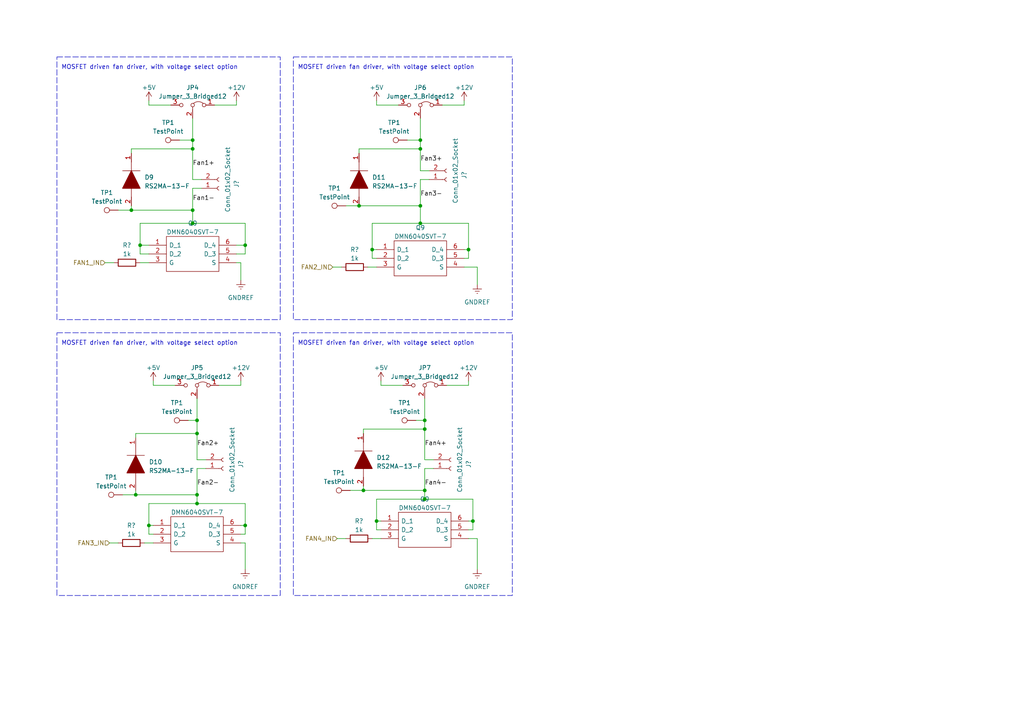
<source format=kicad_sch>
(kicad_sch (version 20230121) (generator eeschema)
  (paper "A4")
  (title_block (title "Greenhouse project FRDM-KL25Z hat") (date "16-03-2023") (rev "v4.0") (company "OnlyPlants") (comment 1 "Author: Emiel Visser"))
  (lib_symbols
    (symbol "Connector:Conn_01x02_Socket" (pin_names (offset 1.016) hide)
      (property "Reference" "J" (at 0 2.54 0))
      (property "Value" "Conn_01x02_Socket" (at 0 -5.08 0))
      (symbol "Conn_01x02_Socket_1_1"
        (arc (start 0 -2.032) (mid -0.5058 -2.54) (end 0 -3.048) (stroke (width 0.1524)))
        (polyline (pts (xy -1.27 -2.54) (xy -0.508 -2.54)) (stroke (width 0.1524)))
        (polyline (pts (xy -1.27 0) (xy -0.508 0)) (stroke (width 0.1524)))
        (arc (start 0 0.508) (mid -0.5058 0) (end 0 -0.508) (stroke (width 0.1524)))
        (pin passive line (at -5.08 0 0) (length 3.81) (name "Pin_1") (number "1"))
        (pin passive line (at -5.08 -2.54 0) (length 3.81) (name "Pin_2") (number "2"))
      )
    )
    (symbol "Connector:TestPoint" (pin_numbers hide) (pin_names (offset 0.762) hide)
      (property "Reference" "TP" (at 0 6.858 0))
      (property "Value" "TestPoint" (at 0 5.08 0))
      (symbol "TestPoint_0_1"
        (circle (center 0 3.302) (radius 0.762))
      )
      (symbol "TestPoint_1_1"
        (pin passive line (at 0 0 90) (length 2.54) (name "1") (number "1"))
      )
    )
    (symbol "Device:R" (pin_numbers hide) (pin_names (offset 0))
      (property "Reference" "R" (at 2.032 0 90))
      (property "Value" "R" (at 0 0 90))
      (symbol "R_0_1"
        (rectangle (start -1.016 -2.54) (end 1.016 2.54) (stroke (width 0.254)))
      )
      (symbol "R_1_1"
        (pin passive line (at 0 3.81 270) (length 1.27) (name "~") (number "1"))
        (pin passive line (at 0 -3.81 90) (length 1.27) (name "~") (number "2"))
      )
    )
    (symbol "Jumper:Jumper_3_Bridged12" (pin_names (offset 0) hide)
      (property "Reference" "JP" (at -2.54 -2.54 0))
      (property "Value" "Jumper_3_Bridged12" (at 0 2.794 0))
      (symbol "Jumper_3_Bridged12_0_0"
        (circle (center -3.302 0) (radius 0.508))
        (circle (center 0 0) (radius 0.508))
        (circle (center 3.302 0) (radius 0.508))
      )
      (symbol "Jumper_3_Bridged12_0_1"
        (arc (start -0.254 0.508) (mid -1.651 0.9912) (end -3.048 0.508))
        (polyline (pts (xy 0 -1.27) (xy 0 -0.508)))
      )
      (symbol "Jumper_3_Bridged12_1_1"
        (pin passive line (at -6.35 0 0) (length 2.54) (name "A") (number "1"))
        (pin passive line (at 0 -3.81 90) (length 2.54) (name "C") (number "2"))
        (pin passive line (at 6.35 0 180) (length 2.54) (name "B") (number "3"))
      )
    )
    (symbol "SamacSys_Parts:DMN6040SVT-7" (pin_names (offset 0.762))
      (property "Reference" "Q" (at 21.59 7.62 0))
      (property "Value" "DMN6040SVT-7" (at 21.59 5.08 0))
      (symbol "DMN6040SVT-7_0_0"
        (pin passive line (at 0 0 0) (length 5.08) (name "D_1") (number "1"))
        (pin passive line (at 0 -2.54 0) (length 5.08) (name "D_2") (number "2"))
        (pin passive line (at 0 -5.08 0) (length 5.08) (name "G") (number "3"))
        (pin passive line (at 25.4 -5.08 180) (length 5.08) (name "S") (number "4"))
        (pin passive line (at 25.4 -2.54 180) (length 5.08) (name "D_3") (number "5"))
        (pin passive line (at 25.4 0 180) (length 5.08) (name "D_4") (number "6"))
      )
      (symbol "DMN6040SVT-7_0_1"
        (polyline (pts (xy 5.08 2.54) (xy 20.32 2.54) (xy 20.32 -7.62) (xy 5.08 -7.62) (xy 5.08 2.54)) (stroke (width 0.1524)))
      )
    )
    (symbol "SamacSys_Parts:RS2MA-13-F" (pin_names (offset 0.762))
      (property "Reference" "D" (at 11.43 5.08 0))
      (property "Value" "RS2MA-13-F" (at 11.43 2.54 0))
      (symbol "RS2MA-13-F_0_0"
        (pin passive line (at 0 0 0) (length 2.54) (name "~") (number "1"))
        (pin passive line (at 15.24 0 180) (length 2.54) (name "~") (number "2"))
      )
      (symbol "RS2MA-13-F_0_1"
        (polyline (pts (xy 2.54 0) (xy 5.08 0)) (stroke (width 0.1524)))
        (polyline (pts (xy 5.08 2.54) (xy 5.08 -2.54)) (stroke (width 0.1524)))
        (polyline (pts (xy 10.16 0) (xy 12.7 0)) (stroke (width 0.1524)))
        (polyline (pts (xy 5.08 0) (xy 10.16 2.54) (xy 10.16 -2.54) (xy 5.08 0)) (stroke (width 0.254)) (fill (type outline)))
      )
    )
    (symbol "power:+12V" (power) (pin_names (offset 0))
      (property "Value" "+12V" (at 0 3.556 0))
      (symbol "+12V_0_1"
        (polyline (pts (xy -0.762 1.27) (xy 0 2.54)))
        (polyline (pts (xy 0 0) (xy 0 2.54)))
        (polyline (pts (xy 0 2.54) (xy 0.762 1.27)))
      )
      (symbol "+12V_1_1"
        (pin power_in line (at 0 0 90) (length 0) hide (name "+12V") (number "1"))
      )
    )
    (symbol "power:+5V" (power) (pin_names (offset 0))
      (property "Value" "+5V" (at 0 3.556 0))
      (symbol "+5V_0_1"
        (polyline (pts (xy -0.762 1.27) (xy 0 2.54)))
        (polyline (pts (xy 0 0) (xy 0 2.54)))
        (polyline (pts (xy 0 2.54) (xy 0.762 1.27)))
      )
      (symbol "+5V_1_1"
        (pin power_in line (at 0 0 90) (length 0) hide (name "+5V") (number "1"))
      )
    )
    (symbol "power:GNDREF" (power) (pin_names (offset 0))
      (property "Value" "GNDREF" (at 0 -3.81 0))
      (symbol "GNDREF_0_1"
        (polyline (pts (xy -0.635 -1.905) (xy 0.635 -1.905)))
        (polyline (pts (xy -0.127 -2.54) (xy 0.127 -2.54)))
        (polyline (pts (xy 0 -1.27) (xy 0 0)))
        (polyline (pts (xy 1.27 -1.27) (xy -1.27 -1.27)))
      )
      (symbol "GNDREF_1_1"
        (pin power_in line (at 0 0 270) (length 0) hide (name "GNDREF") (number "1"))
      )
    )
  )
  (junction (at 104.14 59.69))
  (junction (at 123.19 124.46))
  (junction (at 123.19 121.92))
  (junction (at 109.22 151.13))
  (junction (at 105.41 142.24))
  (junction (at 55.88 60.96))
  (junction (at 55.88 43.18))
  (junction (at 123.19 142.24))
  (junction (at 57.15 143.51))
  (junction (at 135.89 72.39))
  (junction (at 121.92 59.69))
  (junction (at 55.88 64.77))
  (junction (at 55.88 40.64))
  (junction (at 38.1 60.96))
  (junction (at 121.92 40.64))
  (junction (at 121.92 43.18))
  (junction (at 43.18 152.4))
  (junction (at 107.95 72.39))
  (junction (at 57.15 125.73))
  (junction (at 57.15 146.05))
  (junction (at 121.92 64.77))
  (junction (at 123.19 144.78))
  (junction (at 137.16 151.13))
  (junction (at 71.12 152.4))
  (junction (at 40.64 71.12))
  (junction (at 57.15 121.92))
  (junction (at 39.37 143.51))
  (junction (at 71.12 71.12))
  (wire (pts (xy 31.75 157.48) (xy 34.29 157.48)))
  (wire (pts (xy 135.89 151.13) (xy 137.16 151.13)))
  (wire (pts (xy 68.58 73.66) (xy 71.12 73.66)))
  (wire (pts (xy 105.41 124.46) (xy 123.19 124.46)))
  (wire (pts (xy 121.92 34.29) (xy 121.92 40.64)))
  (wire (pts (xy 40.64 73.66) (xy 43.18 73.66)))
  (wire (pts (xy 57.15 135.89) (xy 57.15 143.51)))
  (wire (pts (xy 97.79 156.21) (xy 100.33 156.21)))
  (wire (pts (xy 57.15 146.05) (xy 43.18 146.05)))
  (wire (pts (xy 71.12 64.77) (xy 55.88 64.77)))
  (wire (pts (xy 39.37 125.73) (xy 57.15 125.73)))
  (wire (pts (xy 55.88 52.07) (xy 58.42 52.07)))
  (wire (pts (xy 69.85 154.94) (xy 71.12 154.94)))
  (wire (pts (xy 71.12 71.12) (xy 68.58 71.12)))
  (wire (pts (xy 54.61 121.92) (xy 57.15 121.92)))
  (wire (pts (xy 55.88 54.61) (xy 55.88 60.96)))
  (wire (pts (xy 121.92 52.07) (xy 121.92 59.69)))
  (wire (pts (xy 44.45 154.94) (xy 43.18 154.94)))
  (wire (pts (xy 137.16 151.13) (xy 137.16 153.67)))
  (wire (pts (xy 134.62 29.21) (xy 134.62 30.48)))
  (wire (pts (xy 105.41 142.24) (xy 123.19 142.24)))
  (wire (pts (xy 68.58 29.21) (xy 68.58 30.48)))
  (wire (pts (xy 71.12 73.66) (xy 71.12 71.12)))
  (wire (pts (xy 138.43 156.21) (xy 135.89 156.21)))
  (wire (pts (xy 104.14 43.18) (xy 104.14 44.45)))
  (wire (pts (xy 69.85 81.28) (xy 69.85 76.2)))
  (wire (pts (xy 41.91 157.48) (xy 44.45 157.48)))
  (wire (pts (xy 71.12 154.94) (xy 71.12 152.4)))
  (wire (pts (xy 43.18 152.4) (xy 44.45 152.4)))
  (wire (pts (xy 43.18 154.94) (xy 43.18 152.4)))
  (wire (pts (xy 39.37 125.73) (xy 39.37 127)))
  (wire (pts (xy 69.85 110.49) (xy 69.85 111.76)))
  (wire (pts (xy 123.19 135.89) (xy 123.19 142.24)))
  (wire (pts (xy 121.92 59.69) (xy 121.92 64.77)))
  (wire (pts (xy 57.15 133.35) (xy 59.69 133.35)))
  (wire (pts (xy 120.65 121.92) (xy 123.19 121.92)))
  (wire (pts (xy 134.62 74.93) (xy 135.89 74.93)))
  (wire (pts (xy 135.89 74.93) (xy 135.89 72.39)))
  (wire (pts (xy 123.19 121.92) (xy 123.19 124.46)))
  (wire (pts (xy 68.58 30.48) (xy 62.23 30.48)))
  (wire (pts (xy 55.88 43.18) (xy 55.88 52.07)))
  (wire (pts (xy 40.64 76.2) (xy 43.18 76.2)))
  (wire (pts (xy 106.68 77.47) (xy 109.22 77.47)))
  (wire (pts (xy 135.89 110.49) (xy 135.89 111.76)))
  (wire (pts (xy 109.22 29.21) (xy 109.22 30.48)))
  (wire (pts (xy 110.49 153.67) (xy 109.22 153.67)))
  (wire (pts (xy 121.92 40.64) (xy 121.92 43.18)))
  (wire (pts (xy 109.22 153.67) (xy 109.22 151.13)))
  (wire (pts (xy 34.29 60.96) (xy 38.1 60.96)))
  (wire (pts (xy 55.88 34.29) (xy 55.88 40.64)))
  (wire (pts (xy 134.62 30.48) (xy 128.27 30.48)))
  (wire (pts (xy 123.19 144.78) (xy 137.16 144.78)))
  (wire (pts (xy 134.62 77.47) (xy 138.43 77.47)))
  (wire (pts (xy 135.89 72.39) (xy 134.62 72.39)))
  (wire (pts (xy 55.88 60.96) (xy 55.88 64.77)))
  (wire (pts (xy 107.95 74.93) (xy 107.95 72.39)))
  (wire (pts (xy 69.85 152.4) (xy 71.12 152.4)))
  (wire (pts (xy 109.22 30.48) (xy 115.57 30.48)))
  (wire (pts (xy 38.1 60.96) (xy 55.88 60.96)))
  (wire (pts (xy 137.16 144.78) (xy 137.16 151.13)))
  (wire (pts (xy 71.12 152.4) (xy 71.12 146.05)))
  (wire (pts (xy 137.16 153.67) (xy 135.89 153.67)))
  (wire (pts (xy 121.92 64.77) (xy 135.89 64.77)))
  (wire (pts (xy 43.18 30.48) (xy 49.53 30.48)))
  (wire (pts (xy 55.88 64.77) (xy 40.64 64.77)))
  (wire (pts (xy 57.15 143.51) (xy 57.15 146.05)))
  (wire (pts (xy 121.92 49.53) (xy 124.46 49.53)))
  (wire (pts (xy 52.07 40.64) (xy 55.88 40.64)))
  (wire (pts (xy 123.19 135.89) (xy 125.73 135.89)))
  (wire (pts (xy 44.45 110.49) (xy 44.45 111.76)))
  (wire (pts (xy 109.22 74.93) (xy 107.95 74.93)))
  (wire (pts (xy 40.64 71.12) (xy 43.18 71.12)))
  (wire (pts (xy 57.15 121.92) (xy 57.15 125.73)))
  (wire (pts (xy 105.41 124.46) (xy 105.41 125.73)))
  (wire (pts (xy 109.22 144.78) (xy 123.19 144.78)))
  (wire (pts (xy 38.1 43.18) (xy 55.88 43.18)))
  (wire (pts (xy 109.22 151.13) (xy 109.22 144.78)))
  (wire (pts (xy 55.88 54.61) (xy 58.42 54.61)))
  (wire (pts (xy 104.14 43.18) (xy 121.92 43.18)))
  (wire (pts (xy 30.48 76.2) (xy 33.02 76.2)))
  (wire (pts (xy 107.95 156.21) (xy 110.49 156.21)))
  (wire (pts (xy 43.18 146.05) (xy 43.18 152.4)))
  (wire (pts (xy 35.56 143.51) (xy 39.37 143.51)))
  (wire (pts (xy 57.15 146.05) (xy 71.12 146.05)))
  (wire (pts (xy 38.1 43.18) (xy 38.1 44.45)))
  (wire (pts (xy 105.41 140.97) (xy 105.41 142.24)))
  (wire (pts (xy 39.37 143.51) (xy 57.15 143.51)))
  (wire (pts (xy 135.89 111.76) (xy 129.54 111.76)))
  (wire (pts (xy 96.52 77.47) (xy 99.06 77.47)))
  (wire (pts (xy 43.18 29.21) (xy 43.18 30.48)))
  (wire (pts (xy 100.33 59.69) (xy 104.14 59.69)))
  (wire (pts (xy 101.6 142.24) (xy 105.41 142.24)))
  (wire (pts (xy 40.64 71.12) (xy 40.64 73.66)))
  (wire (pts (xy 38.1 59.69) (xy 38.1 60.96)))
  (wire (pts (xy 138.43 165.1) (xy 138.43 156.21)))
  (wire (pts (xy 135.89 64.77) (xy 135.89 72.39)))
  (wire (pts (xy 71.12 157.48) (xy 69.85 157.48)))
  (wire (pts (xy 107.95 64.77) (xy 107.95 72.39)))
  (wire (pts (xy 138.43 82.55) (xy 138.43 77.47)))
  (wire (pts (xy 69.85 76.2) (xy 68.58 76.2)))
  (wire (pts (xy 71.12 71.12) (xy 71.12 64.77)))
  (wire (pts (xy 57.15 135.89) (xy 59.69 135.89)))
  (wire (pts (xy 57.15 115.57) (xy 57.15 121.92)))
  (wire (pts (xy 69.85 111.76) (xy 63.5 111.76)))
  (wire (pts (xy 121.92 52.07) (xy 124.46 52.07)))
  (wire (pts (xy 104.14 59.69) (xy 121.92 59.69)))
  (wire (pts (xy 39.37 142.24) (xy 39.37 143.51)))
  (wire (pts (xy 123.19 142.24) (xy 123.19 144.78)))
  (wire (pts (xy 55.88 40.64) (xy 55.88 43.18)))
  (wire (pts (xy 118.11 40.64) (xy 121.92 40.64)))
  (wire (pts (xy 71.12 165.1) (xy 71.12 157.48)))
  (wire (pts (xy 57.15 125.73) (xy 57.15 133.35)))
  (wire (pts (xy 121.92 43.18) (xy 121.92 49.53)))
  (wire (pts (xy 40.64 64.77) (xy 40.64 71.12)))
  (wire (pts (xy 109.22 151.13) (xy 110.49 151.13)))
  (wire (pts (xy 110.49 111.76) (xy 116.84 111.76)))
  (wire (pts (xy 107.95 72.39) (xy 109.22 72.39)))
  (wire (pts (xy 123.19 124.46) (xy 123.19 133.35)))
  (wire (pts (xy 44.45 111.76) (xy 50.8 111.76)))
  (wire (pts (xy 110.49 110.49) (xy 110.49 111.76)))
  (wire (pts (xy 121.92 64.77) (xy 107.95 64.77)))
  (wire (pts (xy 123.19 133.35) (xy 125.73 133.35)))
  (wire (pts (xy 123.19 115.57) (xy 123.19 121.92)))
  (rectangle (start 16.51 16.51) (end 81.28 92.71) (stroke (width 0) (type dash)))
  (rectangle (start 85.09 16.51) (end 148.59 92.71) (stroke (width 0) (type dash)))
  (rectangle (start 85.09 96.52) (end 148.59 172.72) (stroke (width 0) (type dash)))
  (rectangle (start 16.51 96.52) (end 81.28 172.72) (stroke (width 0) (type dash)))
  (text "MOSFET driven fan driver, with voltage select option" (at 86.36 100.33 0) (effects (font (size 1.27 1.27)) (justify left bottom)))
  (text "MOSFET driven fan driver, with voltage select option" (at 17.78 20.32 0) (effects (font (size 1.27 1.27)) (justify left bottom)))
  (text "MOSFET driven fan driver, with voltage select option" (at 17.78 100.33 0) (effects (font (size 1.27 1.27)) (justify left bottom)))
  (text "MOSFET driven fan driver, with voltage select option" (at 86.36 20.32 0) (effects (font (size 1.27 1.27)) (justify left bottom)))
  (label "Fan1-" (at 55.88 58.42 0))
  (label "Fan3+" (at 121.92 46.99 0))
  (label "Fan1+" (at 55.88 48.26 0))
  (label "Fan4-" (at 123.19 140.97 0))
  (label "Fan4+" (at 123.19 129.54 0))
  (label "Fan2+" (at 57.15 129.54 0))
  (label "Fan2-" (at 57.15 140.97 0))
  (label "Fan3-" (at 121.92 57.15 0))
  (hierarchical_label "FAN1_IN" (shape input) (at 30.48 76.2 180))
  (hierarchical_label "FAN2_IN" (shape input) (at 96.52 77.47 180))
  (hierarchical_label "FAN3_IN" (shape input) (at 31.75 157.48 180))
  (hierarchical_label "FAN4_IN" (shape input) (at 97.79 156.21 180))
  (symbol (lib_id "Jumper:Jumper_3_Bridged12") (at 55.88 30.48 0) (mirror y) (unit 1)
    (property "Reference" "JP4" (at 55.88 25.4 0))
    (property "Value" "Jumper_3_Bridged12" (at 55.88 27.94 0))
    (property "Footprint" "Jumper:SolderJumper-3_P1.3mm_Bridged2Bar12_RoundedPad1.0x1.5mm_NumberLabels" (effects hide))
  )
  (symbol (lib_id "Connector:TestPoint") (at 35.56 143.51 90) (unit 1)
    (property "Reference" "TP1" (at 32.258 138.43 90))
    (property "Value" "TestPoint" (at 32.258 140.97 90))
    (property "Footprint" "TestPoint:TestPoint_Pad_D2.0mm" (effects hide))
    (instances (project "greenhouse_project_hat" (path "" (reference "TP1") (unit 1)) (path "" (reference "TP36") (unit 1)) (path "" (reference "TP20") (unit 1))))
  )
  (symbol (lib_id "SamacSys_Parts:RS2MA-13-F") (at 105.41 125.73 270) (unit 1)
    (property "Reference" "D12" (at 109.22 132.715 90) (effects (justify left)))
    (property "Value" "RS2MA-13-F" (at 109.22 135.255 90) (effects (justify left)))
    (property "Footprint" "SamacSys_Parts:DIOM5226X230N" (effects hide))
    (property "Datasheet" "https://www.diodes.com/assets/Datasheets/ds15004.pdf" (effects hide))
    (property "Description" "Diodes Inc RS2MA-13-F Switching Diode, 1.5A 1000V, 2-Pin SMA" (effects hide))
    (property "Height" "2.3" (effects hide))
    (property "Manufacturer_Name" "Diodes Inc." (effects hide))
    (property "Manufacturer_Part_Number" "RS2MA-13-F" (effects hide))
    (property "Mouser Part Number" "621-RS2MA-13-F" (effects hide))
    (property "Mouser Price/Stock" "https://www.mouser.co.uk/ProductDetail/Diodes-Incorporated/RS2MA-13-F?qs=sxN%252BoM2fis%2FA920t3uihag%3D%3D" (effects hide))
    (property "Arrow Part Number" "RS2MA-13-F" (effects hide))
    (property "Arrow Price/Stock" "https://www.arrow.com/en/products/rs2ma-13-f/diodes-incorporated" (effects hide))
  )
  (symbol (lib_id "Device:R") (at 36.83 76.2 90) (unit 1)
    (property "Reference" "R?" (at 36.83 71.12 90))
    (property "Value" "1k" (at 36.83 73.66 90))
    (property "Footprint" "Resistor_SMD:R_1206_3216Metric_Pad1.30x1.75mm_HandSolder" (effects hide))
    (instances (project "greenhouse_project_hat" (path "" (reference "R?") (unit 1)) (path "" (reference "R32") (unit 1))))
  )
  (symbol (lib_id "Jumper:Jumper_3_Bridged12") (at 123.19 111.76 0) (mirror y) (unit 1)
    (property "Reference" "JP7" (at 123.19 106.68 0))
    (property "Value" "Jumper_3_Bridged12" (at 123.19 109.22 0))
    (property "Footprint" "Jumper:SolderJumper-3_P1.3mm_Bridged2Bar12_RoundedPad1.0x1.5mm_NumberLabels" (effects hide))
  )
  (symbol (lib_id "SamacSys_Parts:RS2MA-13-F") (at 38.1 44.45 270) (unit 1)
    (property "Reference" "D9" (at 41.91 51.435 90) (effects (justify left)))
    (property "Value" "RS2MA-13-F" (at 41.91 53.975 90) (effects (justify left)))
    (property "Footprint" "SamacSys_Parts:DIOM5226X230N" (effects hide))
    (property "Datasheet" "https://www.diodes.com/assets/Datasheets/ds15004.pdf" (effects hide))
    (property "Description" "Diodes Inc RS2MA-13-F Switching Diode, 1.5A 1000V, 2-Pin SMA" (effects hide))
    (property "Height" "2.3" (effects hide))
    (property "Manufacturer_Name" "Diodes Inc." (effects hide))
    (property "Manufacturer_Part_Number" "RS2MA-13-F" (effects hide))
    (property "Mouser Part Number" "621-RS2MA-13-F" (effects hide))
    (property "Mouser Price/Stock" "https://www.mouser.co.uk/ProductDetail/Diodes-Incorporated/RS2MA-13-F?qs=sxN%252BoM2fis%2FA920t3uihag%3D%3D" (effects hide))
    (property "Arrow Part Number" "RS2MA-13-F" (effects hide))
    (property "Arrow Price/Stock" "https://www.arrow.com/en/products/rs2ma-13-f/diodes-incorporated" (effects hide))
  )
  (symbol (lib_id "power:+5V") (at 44.45 110.49 0) (unit 1)
    (property "Reference" "#PWR?" (effects hide))
    (property "Value" "+5V" (at 44.45 106.68 0))
    (instances (project "greenhouse_project_hat" (path "" (reference "#PWR?") (unit 1)) (path "" (reference "#PWR075") (unit 1))))
  )
  (symbol (lib_id "Connector:Conn_01x02_Socket") (at 63.5 54.61 0) (mirror x) (unit 1)
    (property "Reference" "J?" (at 68.58 53.34 90))
    (property "Value" "Conn_01x02_Socket" (at 66.04 52.07 90))
    (property "Footprint" "Connector_JST:JST_PH_B2B-PH-K_1x02_P2.00mm_Vertical" (effects hide))
    (instances (project "greenhouse_project_hat" (path "" (reference "J?") (unit 1)) (path "" (reference "J21") (unit 1))))
  )
  (symbol (lib_id "power:GNDREF") (at 69.85 81.28 0) (unit 1)
    (property "Reference" "#PWR?" (effects hide))
    (property "Value" "GNDREF" (at 69.85 86.36 0))
    (instances (project "greenhouse_project_hat" (path "" (reference "#PWR?") (unit 1)) (path "" (reference "#PWR077") (unit 1))))
  )
  (symbol (lib_id "Connector:TestPoint") (at 101.6 142.24 90) (unit 1)
    (property "Reference" "TP1" (at 98.298 137.16 90))
    (property "Value" "TestPoint" (at 98.298 139.7 90))
    (property "Footprint" "TestPoint:TestPoint_Pad_D2.0mm" (effects hide))
    (instances (project "greenhouse_project_hat" (path "" (reference "TP1") (unit 1)) (path "" (reference "TP40") (unit 1)) (path "" (reference "TP20") (unit 1))))
  )
  (symbol (lib_id "power:+5V") (at 109.22 29.21 0) (unit 1)
    (property "Reference" "#PWR?" (effects hide))
    (property "Value" "+5V" (at 109.22 25.4 0))
    (instances (project "greenhouse_project_hat" (path "" (reference "#PWR?") (unit 1)) (path "" (reference "#PWR080") (unit 1))))
  )
  (symbol (lib_id "SamacSys_Parts:DMN6040SVT-7") (at 110.49 151.13 0) (unit 1)
    (property "Reference" "Q9" (at 123.19 144.78 0))
    (property "Value" "DMN6040SVT-7" (at 123.19 147.32 0))
    (property "Footprint" "SamacSys_Parts:SOT95P280X90-6N" (effects hide))
    (property "Datasheet" "https://www.diodes.com/assets/Datasheets/DMN6040SVT.pdf" (effects hide))
    (property "Description" "MOSFET,N Channel,Trans,60V 5A TSOT26-6 Diodes Inc DMN6040SVT-7 N-channel MOSFET Transistor, 5 A, 60 V, 6-Pin TSOT26" (effects hide))
    (property "Height" "0.9" (effects hide))
    (property "Manufacturer_Name" "Diodes Inc." (effects hide))
    (property "Manufacturer_Part_Number" "DMN6040SVT-7" (effects hide))
    (property "Mouser Part Number" "621-DMN6040SVT-7" (effects hide))
    (property "Mouser Price/Stock" "https://www.mouser.co.uk/ProductDetail/Diodes-Incorporated/DMN6040SVT-7?qs=gfe7vQ8txpWi4ffHIs6gqA%3D%3D" (effects hide))
    (property "Arrow Part Number" "DMN6040SVT-7" (effects hide))
    (property "Arrow Price/Stock" "https://www.arrow.com/en/products/dmn6040svt-7/diodes-incorporated?region=nac" (effects hide))
    (instances (project "greenhouse_project_hat" (path "" (reference "Q9") (unit 1)) (path "" (reference "Q12") (unit 1))))
  )
  (symbol (lib_id "Connector:TestPoint") (at 52.07 40.64 90) (unit 1)
    (property "Reference" "TP1" (at 48.768 35.56 90))
    (property "Value" "TestPoint" (at 48.768 38.1 90))
    (property "Footprint" "TestPoint:TestPoint_Pad_D2.0mm" (effects hide))
    (instances (project "greenhouse_project_hat" (path "" (reference "TP1") (unit 1)) (path "" (reference "TP37") (unit 1))))
  )
  (symbol (lib_id "power:GNDREF") (at 138.43 82.55 0) (unit 1)
    (property "Reference" "#PWR?" (effects hide))
    (property "Value" "GNDREF" (at 138.43 87.63 0))
    (instances (project "greenhouse_project_hat" (path "" (reference "#PWR?") (unit 1)) (path "" (reference "#PWR084") (unit 1))))
  )
  (symbol (lib_id "Connector:Conn_01x02_Socket") (at 130.81 135.89 0) (mirror x) (unit 1)
    (property "Reference" "J?" (at 135.89 134.62 90))
    (property "Value" "Conn_01x02_Socket" (at 133.35 133.35 90))
    (property "Footprint" "Connector_JST:JST_PH_B2B-PH-K_1x02_P2.00mm_Vertical" (effects hide))
    (instances (project "greenhouse_project_hat" (path "" (reference "J?") (unit 1)) (path "" (reference "J24") (unit 1))))
  )
  (symbol (lib_id "Connector:TestPoint") (at 34.29 60.96 90) (unit 1)
    (property "Reference" "TP1" (at 30.988 55.88 90))
    (property "Value" "TestPoint" (at 30.988 58.42 90))
    (property "Footprint" "TestPoint:TestPoint_Pad_D2.0mm" (effects hide))
    (instances (project "greenhouse_project_hat" (path "" (reference "TP1") (unit 1)) (path "" (reference "TP35") (unit 1)) (path "" (reference "TP20") (unit 1))))
  )
  (symbol (lib_id "power:GNDREF") (at 138.43 165.1 0) (unit 1)
    (property "Reference" "#PWR?" (effects hide))
    (property "Value" "GNDREF" (at 138.43 170.18 0))
    (instances (project "greenhouse_project_hat" (path "" (reference "#PWR?") (unit 1)) (path "" (reference "#PWR085") (unit 1))))
  )
  (symbol (lib_id "Jumper:Jumper_3_Bridged12") (at 121.92 30.48 0) (mirror y) (unit 1)
    (property "Reference" "JP6" (at 121.92 25.4 0))
    (property "Value" "Jumper_3_Bridged12" (at 121.92 27.94 0))
    (property "Footprint" "Jumper:SolderJumper-3_P1.3mm_Bridged2Bar12_RoundedPad1.0x1.5mm_NumberLabels" (effects hide))
  )
  (symbol (lib_id "SamacSys_Parts:DMN6040SVT-7") (at 44.45 152.4 0) (unit 1)
    (property "Reference" "Q9" (effects hide))
    (property "Value" "DMN6040SVT-7" (at 57.15 148.59 0))
    (property "Footprint" "SamacSys_Parts:SOT95P280X90-6N" (effects hide))
    (property "Datasheet" "https://www.diodes.com/assets/Datasheets/DMN6040SVT.pdf" (effects hide))
    (property "Description" "MOSFET,N Channel,Trans,60V 5A TSOT26-6 Diodes Inc DMN6040SVT-7 N-channel MOSFET Transistor, 5 A, 60 V, 6-Pin TSOT26" (effects hide))
    (property "Height" "0.9" (effects hide))
    (property "Manufacturer_Name" "Diodes Inc." (effects hide))
    (property "Manufacturer_Part_Number" "DMN6040SVT-7" (effects hide))
    (property "Mouser Part Number" "621-DMN6040SVT-7" (effects hide))
    (property "Mouser Price/Stock" "https://www.mouser.co.uk/ProductDetail/Diodes-Incorporated/DMN6040SVT-7?qs=gfe7vQ8txpWi4ffHIs6gqA%3D%3D" (effects hide))
    (property "Arrow Part Number" "DMN6040SVT-7" (effects hide))
    (property "Arrow Price/Stock" "https://www.arrow.com/en/products/dmn6040svt-7/diodes-incorporated?region=nac" (effects hide))
    (instances (project "greenhouse_project_hat" (path "" (reference "Q9") (unit 1)) (path "" (reference "Q10") (unit 1))))
  )
  (symbol (lib_id "Connector:TestPoint") (at 100.33 59.69 90) (unit 1)
    (property "Reference" "TP1" (at 97.028 54.61 90))
    (property "Value" "TestPoint" (at 97.028 57.15 90))
    (property "Footprint" "TestPoint:TestPoint_Pad_D2.0mm" (effects hide))
    (instances (project "greenhouse_project_hat" (path "" (reference "TP1") (unit 1)) (path "" (reference "TP39") (unit 1)) (path "" (reference "TP20") (unit 1))))
  )
  (symbol (lib_id "power:+12V") (at 134.62 29.21 0) (unit 1)
    (property "Reference" "#PWR?" (effects hide))
    (property "Value" "+12V" (at 134.62 25.4 0))
    (instances (project "greenhouse_project_hat" (path "" (reference "#PWR?") (unit 1)) (path "" (reference "#PWR082") (unit 1))))
  )
  (symbol (lib_id "Jumper:Jumper_3_Bridged12") (at 57.15 111.76 0) (mirror y) (unit 1)
    (property "Reference" "JP5" (at 57.15 106.68 0))
    (property "Value" "Jumper_3_Bridged12" (at 57.15 109.22 0))
    (property "Footprint" "Jumper:SolderJumper-3_P1.3mm_Bridged2Bar12_RoundedPad1.0x1.5mm_NumberLabels" (effects hide))
  )
  (symbol (lib_id "Device:R") (at 38.1 157.48 90) (unit 1)
    (property "Reference" "R?" (at 38.1 152.4 90))
    (property "Value" "1k" (at 38.1 154.94 90))
    (property "Footprint" "Resistor_SMD:R_1206_3216Metric_Pad1.30x1.75mm_HandSolder" (effects hide))
    (instances (project "greenhouse_project_hat" (path "" (reference "R?") (unit 1)) (path "" (reference "R33") (unit 1))))
  )
  (symbol (lib_id "power:GNDREF") (at 71.12 165.1 0) (unit 1)
    (property "Reference" "#PWR?" (effects hide))
    (property "Value" "GNDREF" (at 71.12 170.18 0))
    (instances (project "greenhouse_project_hat" (path "" (reference "#PWR?") (unit 1)) (path "" (reference "#PWR079") (unit 1))))
  )
  (symbol (lib_id "power:+12V") (at 68.58 29.21 0) (unit 1)
    (property "Reference" "#PWR?" (effects hide))
    (property "Value" "+12V" (at 68.58 25.4 0))
    (instances (project "greenhouse_project_hat" (path "" (reference "#PWR?") (unit 1)) (path "" (reference "#PWR076") (unit 1))))
  )
  (symbol (lib_id "SamacSys_Parts:RS2MA-13-F") (at 104.14 44.45 270) (unit 1)
    (property "Reference" "D11" (at 107.95 51.435 90) (effects (justify left)))
    (property "Value" "RS2MA-13-F" (at 107.95 53.975 90) (effects (justify left)))
    (property "Footprint" "SamacSys_Parts:DIOM5226X230N" (effects hide))
    (property "Datasheet" "https://www.diodes.com/assets/Datasheets/ds15004.pdf" (effects hide))
    (property "Description" "Diodes Inc RS2MA-13-F Switching Diode, 1.5A 1000V, 2-Pin SMA" (effects hide))
    (property "Height" "2.3" (effects hide))
    (property "Manufacturer_Name" "Diodes Inc." (effects hide))
    (property "Manufacturer_Part_Number" "RS2MA-13-F" (effects hide))
    (property "Mouser Part Number" "621-RS2MA-13-F" (effects hide))
    (property "Mouser Price/Stock" "https://www.mouser.co.uk/ProductDetail/Diodes-Incorporated/RS2MA-13-F?qs=sxN%252BoM2fis%2FA920t3uihag%3D%3D" (effects hide))
    (property "Arrow Part Number" "RS2MA-13-F" (effects hide))
    (property "Arrow Price/Stock" "https://www.arrow.com/en/products/rs2ma-13-f/diodes-incorporated" (effects hide))
  )
  (symbol (lib_id "Device:R") (at 104.14 156.21 90) (unit 1)
    (property "Reference" "R?" (at 104.14 151.13 90))
    (property "Value" "1k" (at 104.14 153.67 90))
    (property "Footprint" "Resistor_SMD:R_1206_3216Metric_Pad1.30x1.75mm_HandSolder" (effects hide))
    (instances (project "greenhouse_project_hat" (path "" (reference "R?") (unit 1)) (path "" (reference "R35") (unit 1))))
  )
  (symbol (lib_id "Connector:TestPoint") (at 118.11 40.64 90) (unit 1)
    (property "Reference" "TP1" (at 114.3 35.56 90))
    (property "Value" "TestPoint" (at 114.3 38.1 90))
    (property "Footprint" "TestPoint:TestPoint_Pad_D2.0mm" (effects hide))
    (instances (project "greenhouse_project_hat" (path "" (reference "TP1") (unit 1)) (path "" (reference "TP41") (unit 1))))
  )
  (symbol (lib_id "power:+5V") (at 110.49 110.49 0) (unit 1)
    (property "Reference" "#PWR?" (effects hide))
    (property "Value" "+5V" (at 110.49 106.68 0))
    (instances (project "greenhouse_project_hat" (path "" (reference "#PWR?") (unit 1)) (path "" (reference "#PWR081") (unit 1))))
  )
  (symbol (lib_id "power:+12V") (at 135.89 110.49 0) (unit 1)
    (property "Reference" "#PWR?" (effects hide))
    (property "Value" "+12V" (at 135.89 106.68 0))
    (instances (project "greenhouse_project_hat" (path "" (reference "#PWR?") (unit 1)) (path "" (reference "#PWR083") (unit 1))))
  )
  (symbol (lib_id "Connector:Conn_01x02_Socket") (at 64.77 135.89 0) (mirror x) (unit 1)
    (property "Reference" "J?" (at 69.85 134.62 90))
    (property "Value" "Conn_01x02_Socket" (at 67.31 133.35 90))
    (property "Footprint" "Connector_JST:JST_PH_B2B-PH-K_1x02_P2.00mm_Vertical" (effects hide))
    (instances (project "greenhouse_project_hat" (path "" (reference "J?") (unit 1)) (path "" (reference "J22") (unit 1))))
  )
  (symbol (lib_id "SamacSys_Parts:DMN6040SVT-7") (at 43.18 71.12 0) (unit 1)
    (property "Reference" "Q9" (at 55.88 64.77 0))
    (property "Value" "DMN6040SVT-7" (at 55.88 67.31 0))
    (property "Footprint" "SamacSys_Parts:SOT95P280X90-6N" (effects hide))
    (property "Datasheet" "https://www.diodes.com/assets/Datasheets/DMN6040SVT.pdf" (effects hide))
    (property "Description" "MOSFET,N Channel,Trans,60V 5A TSOT26-6 Diodes Inc DMN6040SVT-7 N-channel MOSFET Transistor, 5 A, 60 V, 6-Pin TSOT26" (effects hide))
    (property "Height" "0.9" (effects hide))
    (property "Manufacturer_Name" "Diodes Inc." (effects hide))
    (property "Manufacturer_Part_Number" "DMN6040SVT-7" (effects hide))
    (property "Mouser Part Number" "621-DMN6040SVT-7" (effects hide))
    (property "Mouser Price/Stock" "https://www.mouser.co.uk/ProductDetail/Diodes-Incorporated/DMN6040SVT-7?qs=gfe7vQ8txpWi4ffHIs6gqA%3D%3D" (effects hide))
    (property "Arrow Part Number" "DMN6040SVT-7" (effects hide))
    (property "Arrow Price/Stock" "https://www.arrow.com/en/products/dmn6040svt-7/diodes-incorporated?region=nac" (effects hide))
  )
  (symbol (lib_id "Device:R") (at 102.87 77.47 90) (unit 1)
    (property "Reference" "R?" (at 102.87 72.39 90))
    (property "Value" "1k" (at 102.87 74.93 90))
    (property "Footprint" "Resistor_SMD:R_1206_3216Metric_Pad1.30x1.75mm_HandSolder" (effects hide))
    (instances (project "greenhouse_project_hat" (path "" (reference "R?") (unit 1)) (path "" (reference "R34") (unit 1))))
  )
  (symbol (lib_id "power:+5V") (at 43.18 29.21 0) (unit 1)
    (property "Reference" "#PWR?" (effects hide))
    (property "Value" "+5V" (at 43.18 25.4 0))
    (instances (project "greenhouse_project_hat" (path "" (reference "#PWR?") (unit 1)) (path "" (reference "#PWR074") (unit 1))))
  )
  (symbol (lib_id "SamacSys_Parts:RS2MA-13-F") (at 39.37 127 270) (unit 1)
    (property "Reference" "D10" (at 43.18 133.985 90) (effects (justify left)))
    (property "Value" "RS2MA-13-F" (at 43.18 136.525 90) (effects (justify left)))
    (property "Footprint" "SamacSys_Parts:DIOM5226X230N" (effects hide))
    (property "Datasheet" "https://www.diodes.com/assets/Datasheets/ds15004.pdf" (effects hide))
    (property "Description" "Diodes Inc RS2MA-13-F Switching Diode, 1.5A 1000V, 2-Pin SMA" (effects hide))
    (property "Height" "2.3" (effects hide))
    (property "Manufacturer_Name" "Diodes Inc." (effects hide))
    (property "Manufacturer_Part_Number" "RS2MA-13-F" (effects hide))
    (property "Mouser Part Number" "621-RS2MA-13-F" (effects hide))
    (property "Mouser Price/Stock" "https://www.mouser.co.uk/ProductDetail/Diodes-Incorporated/RS2MA-13-F?qs=sxN%252BoM2fis%2FA920t3uihag%3D%3D" (effects hide))
    (property "Arrow Part Number" "RS2MA-13-F" (effects hide))
    (property "Arrow Price/Stock" "https://www.arrow.com/en/products/rs2ma-13-f/diodes-incorporated" (effects hide))
  )
  (symbol (lib_id "power:+12V") (at 69.85 110.49 0) (unit 1)
    (property "Reference" "#PWR?" (effects hide))
    (property "Value" "+12V" (at 69.85 106.68 0))
    (instances (project "greenhouse_project_hat" (path "" (reference "#PWR?") (unit 1)) (path "" (reference "#PWR078") (unit 1))))
  )
  (symbol (lib_id "Connector:TestPoint") (at 54.61 121.92 90) (unit 1)
    (property "Reference" "TP1" (at 51.308 116.84 90))
    (property "Value" "TestPoint" (at 51.308 119.38 90))
    (property "Footprint" "TestPoint:TestPoint_Pad_D2.0mm" (effects hide))
    (instances (project "greenhouse_project_hat" (path "" (reference "TP1") (unit 1)) (path "" (reference "TP38") (unit 1))))
  )
  (symbol (lib_id "Connector:TestPoint") (at 120.65 121.92 90) (unit 1)
    (property "Reference" "TP1" (at 117.348 116.84 90))
    (property "Value" "TestPoint" (at 117.348 119.38 90))
    (property "Footprint" "TestPoint:TestPoint_Pad_D2.0mm" (effects hide))
    (instances (project "greenhouse_project_hat" (path "" (reference "TP1") (unit 1)) (path "" (reference "TP42") (unit 1))))
  )
  (symbol (lib_id "SamacSys_Parts:DMN6040SVT-7") (at 109.22 72.39 0) (unit 1)
    (property "Reference" "Q9" (at 121.92 66.04 0))
    (property "Value" "DMN6040SVT-7" (at 121.92 68.58 0))
    (property "Footprint" "SamacSys_Parts:SOT95P280X90-6N" (effects hide))
    (property "Datasheet" "https://www.diodes.com/assets/Datasheets/DMN6040SVT.pdf" (effects hide))
    (property "Description" "MOSFET,N Channel,Trans,60V 5A TSOT26-6 Diodes Inc DMN6040SVT-7 N-channel MOSFET Transistor, 5 A, 60 V, 6-Pin TSOT26" (effects hide))
    (property "Height" "0.9" (effects hide))
    (property "Manufacturer_Name" "Diodes Inc." (effects hide))
    (property "Manufacturer_Part_Number" "DMN6040SVT-7" (effects hide))
    (property "Mouser Part Number" "621-DMN6040SVT-7" (effects hide))
    (property "Mouser Price/Stock" "https://www.mouser.co.uk/ProductDetail/Diodes-Incorporated/DMN6040SVT-7?qs=gfe7vQ8txpWi4ffHIs6gqA%3D%3D" (effects hide))
    (property "Arrow Part Number" "DMN6040SVT-7" (effects hide))
    (property "Arrow Price/Stock" "https://www.arrow.com/en/products/dmn6040svt-7/diodes-incorporated?region=nac" (effects hide))
    (instances (project "greenhouse_project_hat" (path "" (reference "Q9") (unit 1)) (path "" (reference "Q11") (unit 1))))
  )
  (symbol (lib_id "Connector:Conn_01x02_Socket") (at 129.54 52.07 0) (mirror x) (unit 1)
    (property "Reference" "J?" (at 134.62 50.8 90))
    (property "Value" "Conn_01x02_Socket" (at 132.08 49.53 90))
    (property "Footprint" "Connector_JST:JST_PH_B2B-PH-K_1x02_P2.00mm_Vertical" (effects hide))
    (instances (project "greenhouse_project_hat" (path "" (reference "J?") (unit 1)) (path "" (reference "J23") (unit 1))))
  )
)
</source>
